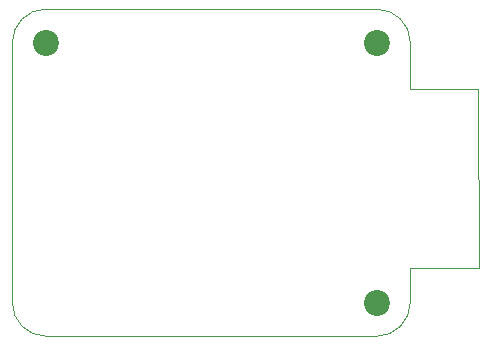
<source format=gbr>
%TF.GenerationSoftware,KiCad,Pcbnew,8.0.0*%
%TF.CreationDate,2024-03-10T12:34:59+00:00*%
%TF.ProjectId,MoveCritic_FBTM_RF,4d6f7665-4372-4697-9469-635f4642544d,rev?*%
%TF.SameCoordinates,PX7ee4219PY616af6f*%
%TF.FileFunction,Soldermask,Bot*%
%TF.FilePolarity,Negative*%
%FSLAX46Y46*%
G04 Gerber Fmt 4.6, Leading zero omitted, Abs format (unit mm)*
G04 Created by KiCad (PCBNEW 8.0.0) date 2024-03-10 12:34:59*
%MOMM*%
%LPD*%
G01*
G04 APERTURE LIST*
%ADD10C,2.200000*%
%TA.AperFunction,Profile*%
%ADD11C,0.100000*%
%TD*%
G04 APERTURE END LIST*
D10*
%TO.C,H1*%
X30900001Y24819999D03*
%TD*%
%TO.C,H2*%
X2900000Y24820000D03*
%TD*%
%TO.C,H4*%
X30900001Y2819999D03*
%TD*%
D11*
X33750002Y2819999D02*
X33750002Y5729999D01*
X2900001Y-30000D02*
X30900001Y-30002D01*
X33750002Y5729999D02*
X33822501Y5730000D01*
X33750002Y2819999D02*
G75*
G02*
X30900001Y-30004I-2850003J0D01*
G01*
X30900001Y27669999D02*
G75*
G02*
X33749999Y24820000I-2J-2850000D01*
G01*
X33750000Y24820000D02*
X33750002Y20929999D01*
X2900001Y-30000D02*
G75*
G02*
X50000Y2819999I-2J2849999D01*
G01*
X50001Y24819999D02*
X50001Y2819999D01*
X33750002Y20929999D02*
X33812502Y20930000D01*
X50001Y24819999D02*
G75*
G02*
X2900000Y27669997I2849998J0D01*
G01*
X30900001Y27669999D02*
X2900000Y27669998D01*
%TO.C,AE1*%
X39515001Y20930001D02*
X33815001Y20930001D01*
X39515001Y20930001D02*
X39525001Y5730001D01*
X39525001Y5730001D02*
X33825001Y5730001D01*
%TD*%
M02*

</source>
